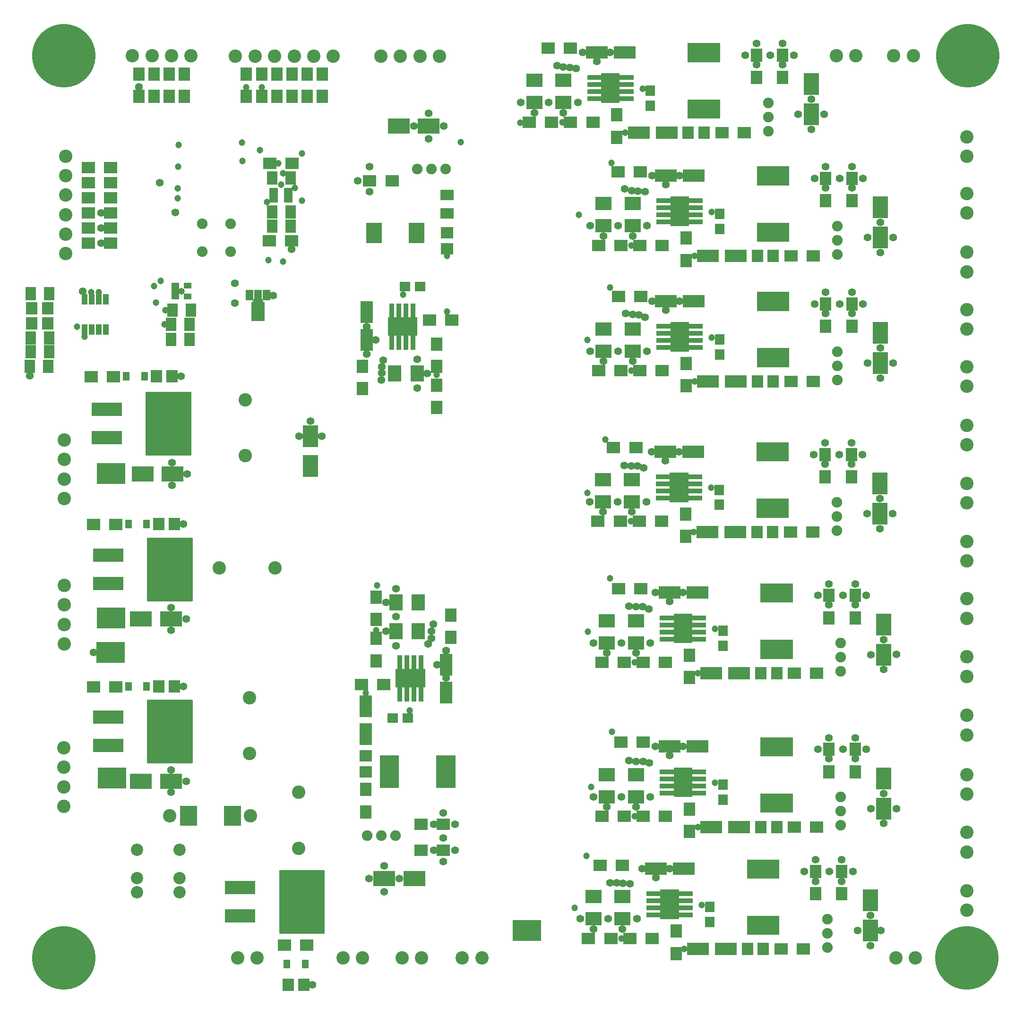
<source format=gbr>
G04 #@! TF.FileFunction,Soldermask,Top*
%FSLAX46Y46*%
G04 Gerber Fmt 4.6, Leading zero omitted, Abs format (unit mm)*
G04 Created by KiCad (PCBNEW 4.0.4-stable) date Monday, December 19, 2016 'PMt' 01:57:05 PM*
%MOMM*%
%LPD*%
G01*
G04 APERTURE LIST*
%ADD10C,0.100000*%
%ADD11C,0.450000*%
%ADD12C,0.215000*%
%ADD13C,2.400000*%
%ADD14R,2.400000X2.100000*%
%ADD15R,1.997660X2.200860*%
%ADD16R,1.310000X1.620000*%
%ADD17R,1.000000X1.950000*%
%ADD18R,1.460000X1.050000*%
%ADD19R,5.100000X3.830000*%
%ADD20R,3.900120X2.701240*%
%ADD21R,2.701240X3.900120*%
%ADD22R,2.400000X2.000000*%
%ADD23R,2.200860X1.997660*%
%ADD24R,1.900000X1.700000*%
%ADD25R,2.200860X3.900120*%
%ADD26R,2.100000X2.400000*%
%ADD27R,2.400000X2.900000*%
%ADD28C,1.900000*%
%ADD29R,2.900000X2.400000*%
%ADD30R,3.900120X2.200860*%
%ADD31R,1.700000X1.900000*%
%ADD32R,2.000000X2.400000*%
%ADD33R,1.924000X2.432000*%
%ADD34R,1.400760X1.901140*%
%ADD35R,2.398980X3.399740*%
%ADD36R,1.620000X0.800000*%
%ADD37C,2.200000*%
%ADD38C,11.400000*%
%ADD39C,1.100000*%
%ADD40R,2.432000X1.924000*%
%ADD41R,2.550000X0.850000*%
%ADD42R,1.875000X2.030000*%
%ADD43R,0.850000X2.550000*%
%ADD44R,2.030000X1.875000*%
%ADD45R,3.100000X3.600000*%
%ADD46R,2.200000X1.950000*%
%ADD47R,1.650000X2.000000*%
%ADD48R,1.950000X2.200000*%
%ADD49R,5.400000X2.432000*%
%ADD50C,1.400000*%
%ADD51C,1.200000*%
G04 APERTURE END LIST*
D10*
D11*
X54514000Y-154250000D02*
X54514000Y-165250000D01*
X54514000Y-165250000D02*
X46734000Y-165250000D01*
X46734000Y-165250000D02*
X46734000Y-154250000D01*
X46734000Y-154250000D02*
X54514000Y-154250000D01*
D12*
X51114000Y-163750000D02*
G75*
G03X51114000Y-163750000I-100000J0D01*
G01*
X51114000Y-162750000D02*
G75*
G03X51114000Y-162750000I-100000J0D01*
G01*
X51114000Y-164750000D02*
G75*
G03X51114000Y-164750000I-100000J0D01*
G01*
X51114000Y-157750000D02*
G75*
G03X51114000Y-157750000I-100000J0D01*
G01*
X51114000Y-156750000D02*
G75*
G03X51114000Y-156750000I-100000J0D01*
G01*
X51114000Y-154750000D02*
G75*
G03X51114000Y-154750000I-100000J0D01*
G01*
X51114000Y-155750000D02*
G75*
G03X51114000Y-155750000I-100000J0D01*
G01*
X51114000Y-159750000D02*
G75*
G03X51114000Y-159750000I-100000J0D01*
G01*
X51114000Y-158750000D02*
G75*
G03X51114000Y-158750000I-100000J0D01*
G01*
X51114000Y-160750000D02*
G75*
G03X51114000Y-160750000I-100000J0D01*
G01*
X54114000Y-161750000D02*
G75*
G03X54114000Y-161750000I-100000J0D01*
G01*
X54114000Y-160750000D02*
G75*
G03X54114000Y-160750000I-100000J0D01*
G01*
X54114000Y-162750000D02*
G75*
G03X54114000Y-162750000I-100000J0D01*
G01*
X54114000Y-163750000D02*
G75*
G03X54114000Y-163750000I-100000J0D01*
G01*
X53114000Y-160750000D02*
G75*
G03X53114000Y-160750000I-100000J0D01*
G01*
X53114000Y-159750000D02*
G75*
G03X53114000Y-159750000I-100000J0D01*
G01*
X53114000Y-157750000D02*
G75*
G03X53114000Y-157750000I-100000J0D01*
G01*
X53114000Y-158750000D02*
G75*
G03X53114000Y-158750000I-100000J0D01*
G01*
X52114000Y-163750000D02*
G75*
G03X52114000Y-163750000I-100000J0D01*
G01*
X52114000Y-162750000D02*
G75*
G03X52114000Y-162750000I-100000J0D01*
G01*
X52114000Y-164750000D02*
G75*
G03X52114000Y-164750000I-100000J0D01*
G01*
X51114000Y-161750000D02*
G75*
G03X51114000Y-161750000I-100000J0D01*
G01*
X52114000Y-157750000D02*
G75*
G03X52114000Y-157750000I-100000J0D01*
G01*
X52114000Y-156750000D02*
G75*
G03X52114000Y-156750000I-100000J0D01*
G01*
X52114000Y-154750000D02*
G75*
G03X52114000Y-154750000I-100000J0D01*
G01*
X52114000Y-155750000D02*
G75*
G03X52114000Y-155750000I-100000J0D01*
G01*
X53114000Y-162750000D02*
G75*
G03X53114000Y-162750000I-100000J0D01*
G01*
X53114000Y-161750000D02*
G75*
G03X53114000Y-161750000I-100000J0D01*
G01*
X53114000Y-163750000D02*
G75*
G03X53114000Y-163750000I-100000J0D01*
G01*
X53114000Y-164750000D02*
G75*
G03X53114000Y-164750000I-100000J0D01*
G01*
X52114000Y-161750000D02*
G75*
G03X52114000Y-161750000I-100000J0D01*
G01*
X52114000Y-160750000D02*
G75*
G03X52114000Y-160750000I-100000J0D01*
G01*
X52114000Y-158750000D02*
G75*
G03X52114000Y-158750000I-100000J0D01*
G01*
X52114000Y-159750000D02*
G75*
G03X52114000Y-159750000I-100000J0D01*
G01*
X53114000Y-154750000D02*
G75*
G03X53114000Y-154750000I-100000J0D01*
G01*
X54114000Y-164750000D02*
G75*
G03X54114000Y-164750000I-100000J0D01*
G01*
X53114000Y-155750000D02*
G75*
G03X53114000Y-155750000I-100000J0D01*
G01*
X53114000Y-156750000D02*
G75*
G03X53114000Y-156750000I-100000J0D01*
G01*
X54114000Y-159750000D02*
G75*
G03X54114000Y-159750000I-100000J0D01*
G01*
X54114000Y-158750000D02*
G75*
G03X54114000Y-158750000I-100000J0D01*
G01*
X54114000Y-156750000D02*
G75*
G03X54114000Y-156750000I-100000J0D01*
G01*
X54114000Y-157750000D02*
G75*
G03X54114000Y-157750000I-100000J0D01*
G01*
X54114000Y-155750000D02*
G75*
G03X54114000Y-155750000I-100000J0D01*
G01*
X54114000Y-154750000D02*
G75*
G03X54114000Y-154750000I-100000J0D01*
G01*
D11*
X51514000Y-154500000D02*
X51514000Y-165000000D01*
X52514000Y-154500000D02*
X52514000Y-165000000D01*
X53514000Y-154500000D02*
X53514000Y-165000000D01*
X54314000Y-164250000D02*
X46734000Y-164250000D01*
X54314000Y-163250000D02*
X46734000Y-163250000D01*
X54314000Y-162250000D02*
X46734000Y-162250000D01*
X54314000Y-161250000D02*
X46734000Y-161250000D01*
X54314000Y-160250000D02*
X46734000Y-160250000D01*
X54314000Y-159250000D02*
X46734000Y-159250000D01*
X54314000Y-158250000D02*
X46734000Y-158250000D01*
X54314000Y-157250000D02*
X46734000Y-157250000D01*
X54314000Y-156250000D02*
X46734000Y-156250000D01*
X54314000Y-155250000D02*
X46734000Y-155250000D01*
D12*
X48344000Y-155750000D02*
G75*
G03X48344000Y-155750000I-100000J0D01*
G01*
X48344000Y-154750000D02*
G75*
G03X48344000Y-154750000I-100000J0D01*
G01*
X47344000Y-154750000D02*
G75*
G03X47344000Y-154750000I-100000J0D01*
G01*
X47344000Y-155750000D02*
G75*
G03X47344000Y-155750000I-100000J0D01*
G01*
X48344000Y-156750000D02*
G75*
G03X48344000Y-156750000I-100000J0D01*
G01*
X47344000Y-157750000D02*
G75*
G03X47344000Y-157750000I-100000J0D01*
G01*
X47344000Y-156750000D02*
G75*
G03X47344000Y-156750000I-100000J0D01*
G01*
X49344000Y-157750000D02*
G75*
G03X49344000Y-157750000I-100000J0D01*
G01*
X48344000Y-157750000D02*
G75*
G03X48344000Y-157750000I-100000J0D01*
G01*
X49344000Y-156750000D02*
G75*
G03X49344000Y-156750000I-100000J0D01*
G01*
D11*
X48744000Y-154500000D02*
X48744000Y-165000000D01*
X49524000Y-154500000D02*
X49524000Y-165000000D01*
D12*
X49344000Y-154750000D02*
G75*
G03X49344000Y-154750000I-100000J0D01*
G01*
X49344000Y-155750000D02*
G75*
G03X49344000Y-155750000I-100000J0D01*
G01*
D11*
X47744000Y-154500000D02*
X47744000Y-165000000D01*
D12*
X47344000Y-160750000D02*
G75*
G03X47344000Y-160750000I-100000J0D01*
G01*
X47344000Y-159750000D02*
G75*
G03X47344000Y-159750000I-100000J0D01*
G01*
X47344000Y-158750000D02*
G75*
G03X47344000Y-158750000I-100000J0D01*
G01*
X48344000Y-161750000D02*
G75*
G03X48344000Y-161750000I-100000J0D01*
G01*
X48344000Y-160750000D02*
G75*
G03X48344000Y-160750000I-100000J0D01*
G01*
X48344000Y-158750000D02*
G75*
G03X48344000Y-158750000I-100000J0D01*
G01*
X47344000Y-161750000D02*
G75*
G03X47344000Y-161750000I-100000J0D01*
G01*
X48344000Y-159750000D02*
G75*
G03X48344000Y-159750000I-100000J0D01*
G01*
X48344000Y-162750000D02*
G75*
G03X48344000Y-162750000I-100000J0D01*
G01*
X49344000Y-162750000D02*
G75*
G03X49344000Y-162750000I-100000J0D01*
G01*
X49344000Y-161750000D02*
G75*
G03X49344000Y-161750000I-100000J0D01*
G01*
X49344000Y-160750000D02*
G75*
G03X49344000Y-160750000I-100000J0D01*
G01*
X49344000Y-159750000D02*
G75*
G03X49344000Y-159750000I-100000J0D01*
G01*
X49344000Y-158750000D02*
G75*
G03X49344000Y-158750000I-100000J0D01*
G01*
X47344000Y-164750000D02*
G75*
G03X47344000Y-164750000I-100000J0D01*
G01*
X47344000Y-163750000D02*
G75*
G03X47344000Y-163750000I-100000J0D01*
G01*
X47344000Y-162750000D02*
G75*
G03X47344000Y-162750000I-100000J0D01*
G01*
X48344000Y-163750000D02*
G75*
G03X48344000Y-163750000I-100000J0D01*
G01*
X48344000Y-164750000D02*
G75*
G03X48344000Y-164750000I-100000J0D01*
G01*
X49344000Y-163750000D02*
G75*
G03X49344000Y-163750000I-100000J0D01*
G01*
X49344000Y-164750000D02*
G75*
G03X49344000Y-164750000I-100000J0D01*
G01*
D11*
X50534000Y-154510000D02*
X50534000Y-165010000D01*
X54344000Y-154830000D02*
X46764000Y-154830000D01*
X54344000Y-154490000D02*
X46764000Y-154490000D01*
X54314000Y-156350000D02*
X46734000Y-156350000D01*
X54344000Y-155930000D02*
X46764000Y-155930000D01*
X54344000Y-155590000D02*
X46764000Y-155590000D01*
X54364000Y-157380000D02*
X46784000Y-157380000D01*
X54394000Y-156960000D02*
X46814000Y-156960000D01*
X54394000Y-156620000D02*
X46814000Y-156620000D01*
X54364000Y-158220000D02*
X46784000Y-158220000D01*
X54394000Y-157800000D02*
X46814000Y-157800000D01*
X54394000Y-157460000D02*
X46814000Y-157460000D01*
X54394000Y-159320000D02*
X46814000Y-159320000D01*
X54424000Y-158900000D02*
X46844000Y-158900000D01*
X54424000Y-158560000D02*
X46844000Y-158560000D01*
X54394000Y-160260000D02*
X46814000Y-160260000D01*
X54424000Y-159840000D02*
X46844000Y-159840000D01*
X54424000Y-159500000D02*
X46844000Y-159500000D01*
X54364000Y-161240000D02*
X46784000Y-161240000D01*
X54394000Y-160820000D02*
X46814000Y-160820000D01*
X54394000Y-160480000D02*
X46814000Y-160480000D01*
X54364000Y-162220000D02*
X46784000Y-162220000D01*
X54394000Y-161800000D02*
X46814000Y-161800000D01*
X54394000Y-161460000D02*
X46814000Y-161460000D01*
X54414000Y-163130000D02*
X46834000Y-163130000D01*
X54444000Y-162710000D02*
X46864000Y-162710000D01*
X54444000Y-162370000D02*
X46864000Y-162370000D01*
X54394000Y-164330000D02*
X46814000Y-164330000D01*
X54424000Y-163910000D02*
X46844000Y-163910000D01*
X54424000Y-163570000D02*
X46844000Y-163570000D01*
X54434000Y-164970000D02*
X46854000Y-164970000D01*
X54464000Y-164550000D02*
X46884000Y-164550000D01*
X54464000Y-164210000D02*
X46884000Y-164210000D01*
X30840000Y-123660000D02*
X30840000Y-134660000D01*
X30840000Y-134660000D02*
X23060000Y-134660000D01*
X23060000Y-134660000D02*
X23060000Y-123660000D01*
X23060000Y-123660000D02*
X30840000Y-123660000D01*
D12*
X27440000Y-133160000D02*
G75*
G03X27440000Y-133160000I-100000J0D01*
G01*
X27440000Y-132160000D02*
G75*
G03X27440000Y-132160000I-100000J0D01*
G01*
X27440000Y-134160000D02*
G75*
G03X27440000Y-134160000I-100000J0D01*
G01*
X27440000Y-127160000D02*
G75*
G03X27440000Y-127160000I-100000J0D01*
G01*
X27440000Y-126160000D02*
G75*
G03X27440000Y-126160000I-100000J0D01*
G01*
X27440000Y-124160000D02*
G75*
G03X27440000Y-124160000I-100000J0D01*
G01*
X27440000Y-125160000D02*
G75*
G03X27440000Y-125160000I-100000J0D01*
G01*
X27440000Y-129160000D02*
G75*
G03X27440000Y-129160000I-100000J0D01*
G01*
X27440000Y-128160000D02*
G75*
G03X27440000Y-128160000I-100000J0D01*
G01*
X27440000Y-130160000D02*
G75*
G03X27440000Y-130160000I-100000J0D01*
G01*
X30440000Y-131160000D02*
G75*
G03X30440000Y-131160000I-100000J0D01*
G01*
X30440000Y-130160000D02*
G75*
G03X30440000Y-130160000I-100000J0D01*
G01*
X30440000Y-132160000D02*
G75*
G03X30440000Y-132160000I-100000J0D01*
G01*
X30440000Y-133160000D02*
G75*
G03X30440000Y-133160000I-100000J0D01*
G01*
X29440000Y-130160000D02*
G75*
G03X29440000Y-130160000I-100000J0D01*
G01*
X29440000Y-129160000D02*
G75*
G03X29440000Y-129160000I-100000J0D01*
G01*
X29440000Y-127160000D02*
G75*
G03X29440000Y-127160000I-100000J0D01*
G01*
X29440000Y-128160000D02*
G75*
G03X29440000Y-128160000I-100000J0D01*
G01*
X28440000Y-133160000D02*
G75*
G03X28440000Y-133160000I-100000J0D01*
G01*
X28440000Y-132160000D02*
G75*
G03X28440000Y-132160000I-100000J0D01*
G01*
X28440000Y-134160000D02*
G75*
G03X28440000Y-134160000I-100000J0D01*
G01*
X27440000Y-131160000D02*
G75*
G03X27440000Y-131160000I-100000J0D01*
G01*
X28440000Y-127160000D02*
G75*
G03X28440000Y-127160000I-100000J0D01*
G01*
X28440000Y-126160000D02*
G75*
G03X28440000Y-126160000I-100000J0D01*
G01*
X28440000Y-124160000D02*
G75*
G03X28440000Y-124160000I-100000J0D01*
G01*
X28440000Y-125160000D02*
G75*
G03X28440000Y-125160000I-100000J0D01*
G01*
X29440000Y-132160000D02*
G75*
G03X29440000Y-132160000I-100000J0D01*
G01*
X29440000Y-131160000D02*
G75*
G03X29440000Y-131160000I-100000J0D01*
G01*
X29440000Y-133160000D02*
G75*
G03X29440000Y-133160000I-100000J0D01*
G01*
X29440000Y-134160000D02*
G75*
G03X29440000Y-134160000I-100000J0D01*
G01*
X28440000Y-131160000D02*
G75*
G03X28440000Y-131160000I-100000J0D01*
G01*
X28440000Y-130160000D02*
G75*
G03X28440000Y-130160000I-100000J0D01*
G01*
X28440000Y-128160000D02*
G75*
G03X28440000Y-128160000I-100000J0D01*
G01*
X28440000Y-129160000D02*
G75*
G03X28440000Y-129160000I-100000J0D01*
G01*
X29440000Y-124160000D02*
G75*
G03X29440000Y-124160000I-100000J0D01*
G01*
X30440000Y-134160000D02*
G75*
G03X30440000Y-134160000I-100000J0D01*
G01*
X29440000Y-125160000D02*
G75*
G03X29440000Y-125160000I-100000J0D01*
G01*
X29440000Y-126160000D02*
G75*
G03X29440000Y-126160000I-100000J0D01*
G01*
X30440000Y-129160000D02*
G75*
G03X30440000Y-129160000I-100000J0D01*
G01*
X30440000Y-128160000D02*
G75*
G03X30440000Y-128160000I-100000J0D01*
G01*
X30440000Y-126160000D02*
G75*
G03X30440000Y-126160000I-100000J0D01*
G01*
X30440000Y-127160000D02*
G75*
G03X30440000Y-127160000I-100000J0D01*
G01*
X30440000Y-125160000D02*
G75*
G03X30440000Y-125160000I-100000J0D01*
G01*
X30440000Y-124160000D02*
G75*
G03X30440000Y-124160000I-100000J0D01*
G01*
D11*
X27840000Y-123910000D02*
X27840000Y-134410000D01*
X28840000Y-123910000D02*
X28840000Y-134410000D01*
X29840000Y-123910000D02*
X29840000Y-134410000D01*
X30640000Y-133660000D02*
X23060000Y-133660000D01*
X30640000Y-132660000D02*
X23060000Y-132660000D01*
X30640000Y-131660000D02*
X23060000Y-131660000D01*
X30640000Y-130660000D02*
X23060000Y-130660000D01*
X30640000Y-129660000D02*
X23060000Y-129660000D01*
X30640000Y-128660000D02*
X23060000Y-128660000D01*
X30640000Y-127660000D02*
X23060000Y-127660000D01*
X30640000Y-126660000D02*
X23060000Y-126660000D01*
X30640000Y-125660000D02*
X23060000Y-125660000D01*
X30640000Y-124660000D02*
X23060000Y-124660000D01*
D12*
X24670000Y-125160000D02*
G75*
G03X24670000Y-125160000I-100000J0D01*
G01*
X24670000Y-124160000D02*
G75*
G03X24670000Y-124160000I-100000J0D01*
G01*
X23670000Y-124160000D02*
G75*
G03X23670000Y-124160000I-100000J0D01*
G01*
X23670000Y-125160000D02*
G75*
G03X23670000Y-125160000I-100000J0D01*
G01*
X24670000Y-126160000D02*
G75*
G03X24670000Y-126160000I-100000J0D01*
G01*
X23670000Y-127160000D02*
G75*
G03X23670000Y-127160000I-100000J0D01*
G01*
X23670000Y-126160000D02*
G75*
G03X23670000Y-126160000I-100000J0D01*
G01*
X25670000Y-127160000D02*
G75*
G03X25670000Y-127160000I-100000J0D01*
G01*
X24670000Y-127160000D02*
G75*
G03X24670000Y-127160000I-100000J0D01*
G01*
X25670000Y-126160000D02*
G75*
G03X25670000Y-126160000I-100000J0D01*
G01*
D11*
X25070000Y-123910000D02*
X25070000Y-134410000D01*
X25850000Y-123910000D02*
X25850000Y-134410000D01*
D12*
X25670000Y-124160000D02*
G75*
G03X25670000Y-124160000I-100000J0D01*
G01*
X25670000Y-125160000D02*
G75*
G03X25670000Y-125160000I-100000J0D01*
G01*
D11*
X24070000Y-123910000D02*
X24070000Y-134410000D01*
D12*
X23670000Y-130160000D02*
G75*
G03X23670000Y-130160000I-100000J0D01*
G01*
X23670000Y-129160000D02*
G75*
G03X23670000Y-129160000I-100000J0D01*
G01*
X23670000Y-128160000D02*
G75*
G03X23670000Y-128160000I-100000J0D01*
G01*
X24670000Y-131160000D02*
G75*
G03X24670000Y-131160000I-100000J0D01*
G01*
X24670000Y-130160000D02*
G75*
G03X24670000Y-130160000I-100000J0D01*
G01*
X24670000Y-128160000D02*
G75*
G03X24670000Y-128160000I-100000J0D01*
G01*
X23670000Y-131160000D02*
G75*
G03X23670000Y-131160000I-100000J0D01*
G01*
X24670000Y-129160000D02*
G75*
G03X24670000Y-129160000I-100000J0D01*
G01*
X24670000Y-132160000D02*
G75*
G03X24670000Y-132160000I-100000J0D01*
G01*
X25670000Y-132160000D02*
G75*
G03X25670000Y-132160000I-100000J0D01*
G01*
X25670000Y-131160000D02*
G75*
G03X25670000Y-131160000I-100000J0D01*
G01*
X25670000Y-130160000D02*
G75*
G03X25670000Y-130160000I-100000J0D01*
G01*
X25670000Y-129160000D02*
G75*
G03X25670000Y-129160000I-100000J0D01*
G01*
X25670000Y-128160000D02*
G75*
G03X25670000Y-128160000I-100000J0D01*
G01*
X23670000Y-134160000D02*
G75*
G03X23670000Y-134160000I-100000J0D01*
G01*
X23670000Y-133160000D02*
G75*
G03X23670000Y-133160000I-100000J0D01*
G01*
X23670000Y-132160000D02*
G75*
G03X23670000Y-132160000I-100000J0D01*
G01*
X24670000Y-133160000D02*
G75*
G03X24670000Y-133160000I-100000J0D01*
G01*
X24670000Y-134160000D02*
G75*
G03X24670000Y-134160000I-100000J0D01*
G01*
X25670000Y-133160000D02*
G75*
G03X25670000Y-133160000I-100000J0D01*
G01*
X25670000Y-134160000D02*
G75*
G03X25670000Y-134160000I-100000J0D01*
G01*
D11*
X26860000Y-123920000D02*
X26860000Y-134420000D01*
X30670000Y-124240000D02*
X23090000Y-124240000D01*
X30670000Y-123900000D02*
X23090000Y-123900000D01*
X30640000Y-125760000D02*
X23060000Y-125760000D01*
X30670000Y-125340000D02*
X23090000Y-125340000D01*
X30670000Y-125000000D02*
X23090000Y-125000000D01*
X30690000Y-126790000D02*
X23110000Y-126790000D01*
X30720000Y-126370000D02*
X23140000Y-126370000D01*
X30720000Y-126030000D02*
X23140000Y-126030000D01*
X30690000Y-127630000D02*
X23110000Y-127630000D01*
X30720000Y-127210000D02*
X23140000Y-127210000D01*
X30720000Y-126870000D02*
X23140000Y-126870000D01*
X30720000Y-128730000D02*
X23140000Y-128730000D01*
X30750000Y-128310000D02*
X23170000Y-128310000D01*
X30750000Y-127970000D02*
X23170000Y-127970000D01*
X30720000Y-129670000D02*
X23140000Y-129670000D01*
X30750000Y-129250000D02*
X23170000Y-129250000D01*
X30750000Y-128910000D02*
X23170000Y-128910000D01*
X30690000Y-130650000D02*
X23110000Y-130650000D01*
X30720000Y-130230000D02*
X23140000Y-130230000D01*
X30720000Y-129890000D02*
X23140000Y-129890000D01*
X30690000Y-131630000D02*
X23110000Y-131630000D01*
X30720000Y-131210000D02*
X23140000Y-131210000D01*
X30720000Y-130870000D02*
X23140000Y-130870000D01*
X30740000Y-132540000D02*
X23160000Y-132540000D01*
X30770000Y-132120000D02*
X23190000Y-132120000D01*
X30770000Y-131780000D02*
X23190000Y-131780000D01*
X30720000Y-133740000D02*
X23140000Y-133740000D01*
X30750000Y-133320000D02*
X23170000Y-133320000D01*
X30750000Y-132980000D02*
X23170000Y-132980000D01*
X30760000Y-134380000D02*
X23180000Y-134380000D01*
X30790000Y-133960000D02*
X23210000Y-133960000D01*
X30790000Y-133620000D02*
X23210000Y-133620000D01*
X30592000Y-68470000D02*
X30592000Y-79470000D01*
X30592000Y-79470000D02*
X22812000Y-79470000D01*
X22812000Y-79470000D02*
X22812000Y-68470000D01*
X22812000Y-68470000D02*
X30592000Y-68470000D01*
D12*
X27192000Y-77970000D02*
G75*
G03X27192000Y-77970000I-100000J0D01*
G01*
X27192000Y-76970000D02*
G75*
G03X27192000Y-76970000I-100000J0D01*
G01*
X27192000Y-78970000D02*
G75*
G03X27192000Y-78970000I-100000J0D01*
G01*
X27192000Y-71970000D02*
G75*
G03X27192000Y-71970000I-100000J0D01*
G01*
X27192000Y-70970000D02*
G75*
G03X27192000Y-70970000I-100000J0D01*
G01*
X27192000Y-68970000D02*
G75*
G03X27192000Y-68970000I-100000J0D01*
G01*
X27192000Y-69970000D02*
G75*
G03X27192000Y-69970000I-100000J0D01*
G01*
X27192000Y-73970000D02*
G75*
G03X27192000Y-73970000I-100000J0D01*
G01*
X27192000Y-72970000D02*
G75*
G03X27192000Y-72970000I-100000J0D01*
G01*
X27192000Y-74970000D02*
G75*
G03X27192000Y-74970000I-100000J0D01*
G01*
X30192000Y-75970000D02*
G75*
G03X30192000Y-75970000I-100000J0D01*
G01*
X30192000Y-74970000D02*
G75*
G03X30192000Y-74970000I-100000J0D01*
G01*
X30192000Y-76970000D02*
G75*
G03X30192000Y-76970000I-100000J0D01*
G01*
X30192000Y-77970000D02*
G75*
G03X30192000Y-77970000I-100000J0D01*
G01*
X29192000Y-74970000D02*
G75*
G03X29192000Y-74970000I-100000J0D01*
G01*
X29192000Y-73970000D02*
G75*
G03X29192000Y-73970000I-100000J0D01*
G01*
X29192000Y-71970000D02*
G75*
G03X29192000Y-71970000I-100000J0D01*
G01*
X29192000Y-72970000D02*
G75*
G03X29192000Y-72970000I-100000J0D01*
G01*
X28192000Y-77970000D02*
G75*
G03X28192000Y-77970000I-100000J0D01*
G01*
X28192000Y-76970000D02*
G75*
G03X28192000Y-76970000I-100000J0D01*
G01*
X28192000Y-78970000D02*
G75*
G03X28192000Y-78970000I-100000J0D01*
G01*
X27192000Y-75970000D02*
G75*
G03X27192000Y-75970000I-100000J0D01*
G01*
X28192000Y-71970000D02*
G75*
G03X28192000Y-71970000I-100000J0D01*
G01*
X28192000Y-70970000D02*
G75*
G03X28192000Y-70970000I-100000J0D01*
G01*
X28192000Y-68970000D02*
G75*
G03X28192000Y-68970000I-100000J0D01*
G01*
X28192000Y-69970000D02*
G75*
G03X28192000Y-69970000I-100000J0D01*
G01*
X29192000Y-76970000D02*
G75*
G03X29192000Y-76970000I-100000J0D01*
G01*
X29192000Y-75970000D02*
G75*
G03X29192000Y-75970000I-100000J0D01*
G01*
X29192000Y-77970000D02*
G75*
G03X29192000Y-77970000I-100000J0D01*
G01*
X29192000Y-78970000D02*
G75*
G03X29192000Y-78970000I-100000J0D01*
G01*
X28192000Y-75970000D02*
G75*
G03X28192000Y-75970000I-100000J0D01*
G01*
X28192000Y-74970000D02*
G75*
G03X28192000Y-74970000I-100000J0D01*
G01*
X28192000Y-72970000D02*
G75*
G03X28192000Y-72970000I-100000J0D01*
G01*
X28192000Y-73970000D02*
G75*
G03X28192000Y-73970000I-100000J0D01*
G01*
X29192000Y-68970000D02*
G75*
G03X29192000Y-68970000I-100000J0D01*
G01*
X30192000Y-78970000D02*
G75*
G03X30192000Y-78970000I-100000J0D01*
G01*
X29192000Y-69970000D02*
G75*
G03X29192000Y-69970000I-100000J0D01*
G01*
X29192000Y-70970000D02*
G75*
G03X29192000Y-70970000I-100000J0D01*
G01*
X30192000Y-73970000D02*
G75*
G03X30192000Y-73970000I-100000J0D01*
G01*
X30192000Y-72970000D02*
G75*
G03X30192000Y-72970000I-100000J0D01*
G01*
X30192000Y-70970000D02*
G75*
G03X30192000Y-70970000I-100000J0D01*
G01*
X30192000Y-71970000D02*
G75*
G03X30192000Y-71970000I-100000J0D01*
G01*
X30192000Y-69970000D02*
G75*
G03X30192000Y-69970000I-100000J0D01*
G01*
X30192000Y-68970000D02*
G75*
G03X30192000Y-68970000I-100000J0D01*
G01*
D11*
X27592000Y-68720000D02*
X27592000Y-79220000D01*
X28592000Y-68720000D02*
X28592000Y-79220000D01*
X29592000Y-68720000D02*
X29592000Y-79220000D01*
X30392000Y-78470000D02*
X22812000Y-78470000D01*
X30392000Y-77470000D02*
X22812000Y-77470000D01*
X30392000Y-76470000D02*
X22812000Y-76470000D01*
X30392000Y-75470000D02*
X22812000Y-75470000D01*
X30392000Y-74470000D02*
X22812000Y-74470000D01*
X30392000Y-73470000D02*
X22812000Y-73470000D01*
X30392000Y-72470000D02*
X22812000Y-72470000D01*
X30392000Y-71470000D02*
X22812000Y-71470000D01*
X30392000Y-70470000D02*
X22812000Y-70470000D01*
X30392000Y-69470000D02*
X22812000Y-69470000D01*
D12*
X24422000Y-69970000D02*
G75*
G03X24422000Y-69970000I-100000J0D01*
G01*
X24422000Y-68970000D02*
G75*
G03X24422000Y-68970000I-100000J0D01*
G01*
X23422000Y-68970000D02*
G75*
G03X23422000Y-68970000I-100000J0D01*
G01*
X23422000Y-69970000D02*
G75*
G03X23422000Y-69970000I-100000J0D01*
G01*
X24422000Y-70970000D02*
G75*
G03X24422000Y-70970000I-100000J0D01*
G01*
X23422000Y-71970000D02*
G75*
G03X23422000Y-71970000I-100000J0D01*
G01*
X23422000Y-70970000D02*
G75*
G03X23422000Y-70970000I-100000J0D01*
G01*
X25422000Y-71970000D02*
G75*
G03X25422000Y-71970000I-100000J0D01*
G01*
X24422000Y-71970000D02*
G75*
G03X24422000Y-71970000I-100000J0D01*
G01*
X25422000Y-70970000D02*
G75*
G03X25422000Y-70970000I-100000J0D01*
G01*
D11*
X24822000Y-68720000D02*
X24822000Y-79220000D01*
X25602000Y-68720000D02*
X25602000Y-79220000D01*
D12*
X25422000Y-68970000D02*
G75*
G03X25422000Y-68970000I-100000J0D01*
G01*
X25422000Y-69970000D02*
G75*
G03X25422000Y-69970000I-100000J0D01*
G01*
D11*
X23822000Y-68720000D02*
X23822000Y-79220000D01*
D12*
X23422000Y-74970000D02*
G75*
G03X23422000Y-74970000I-100000J0D01*
G01*
X23422000Y-73970000D02*
G75*
G03X23422000Y-73970000I-100000J0D01*
G01*
X23422000Y-72970000D02*
G75*
G03X23422000Y-72970000I-100000J0D01*
G01*
X24422000Y-75970000D02*
G75*
G03X24422000Y-75970000I-100000J0D01*
G01*
X24422000Y-74970000D02*
G75*
G03X24422000Y-74970000I-100000J0D01*
G01*
X24422000Y-72970000D02*
G75*
G03X24422000Y-72970000I-100000J0D01*
G01*
X23422000Y-75970000D02*
G75*
G03X23422000Y-75970000I-100000J0D01*
G01*
X24422000Y-73970000D02*
G75*
G03X24422000Y-73970000I-100000J0D01*
G01*
X24422000Y-76970000D02*
G75*
G03X24422000Y-76970000I-100000J0D01*
G01*
X25422000Y-76970000D02*
G75*
G03X25422000Y-76970000I-100000J0D01*
G01*
X25422000Y-75970000D02*
G75*
G03X25422000Y-75970000I-100000J0D01*
G01*
X25422000Y-74970000D02*
G75*
G03X25422000Y-74970000I-100000J0D01*
G01*
X25422000Y-73970000D02*
G75*
G03X25422000Y-73970000I-100000J0D01*
G01*
X25422000Y-72970000D02*
G75*
G03X25422000Y-72970000I-100000J0D01*
G01*
X23422000Y-78970000D02*
G75*
G03X23422000Y-78970000I-100000J0D01*
G01*
X23422000Y-77970000D02*
G75*
G03X23422000Y-77970000I-100000J0D01*
G01*
X23422000Y-76970000D02*
G75*
G03X23422000Y-76970000I-100000J0D01*
G01*
X24422000Y-77970000D02*
G75*
G03X24422000Y-77970000I-100000J0D01*
G01*
X24422000Y-78970000D02*
G75*
G03X24422000Y-78970000I-100000J0D01*
G01*
X25422000Y-77970000D02*
G75*
G03X25422000Y-77970000I-100000J0D01*
G01*
X25422000Y-78970000D02*
G75*
G03X25422000Y-78970000I-100000J0D01*
G01*
D11*
X26612000Y-68730000D02*
X26612000Y-79230000D01*
X30422000Y-69050000D02*
X22842000Y-69050000D01*
X30422000Y-68710000D02*
X22842000Y-68710000D01*
X30392000Y-70570000D02*
X22812000Y-70570000D01*
X30422000Y-70150000D02*
X22842000Y-70150000D01*
X30422000Y-69810000D02*
X22842000Y-69810000D01*
X30442000Y-71600000D02*
X22862000Y-71600000D01*
X30472000Y-71180000D02*
X22892000Y-71180000D01*
X30472000Y-70840000D02*
X22892000Y-70840000D01*
X30442000Y-72440000D02*
X22862000Y-72440000D01*
X30472000Y-72020000D02*
X22892000Y-72020000D01*
X30472000Y-71680000D02*
X22892000Y-71680000D01*
X30472000Y-73540000D02*
X22892000Y-73540000D01*
X30502000Y-73120000D02*
X22922000Y-73120000D01*
X30502000Y-72780000D02*
X22922000Y-72780000D01*
X30472000Y-74480000D02*
X22892000Y-74480000D01*
X30502000Y-74060000D02*
X22922000Y-74060000D01*
X30502000Y-73720000D02*
X22922000Y-73720000D01*
X30442000Y-75460000D02*
X22862000Y-75460000D01*
X30472000Y-75040000D02*
X22892000Y-75040000D01*
X30472000Y-74700000D02*
X22892000Y-74700000D01*
X30442000Y-76440000D02*
X22862000Y-76440000D01*
X30472000Y-76020000D02*
X22892000Y-76020000D01*
X30472000Y-75680000D02*
X22892000Y-75680000D01*
X30492000Y-77350000D02*
X22912000Y-77350000D01*
X30522000Y-76930000D02*
X22942000Y-76930000D01*
X30522000Y-76590000D02*
X22942000Y-76590000D01*
X30472000Y-78550000D02*
X22892000Y-78550000D01*
X30502000Y-78130000D02*
X22922000Y-78130000D01*
X30502000Y-77790000D02*
X22922000Y-77790000D01*
X30512000Y-79190000D02*
X22932000Y-79190000D01*
X30542000Y-78770000D02*
X22962000Y-78770000D01*
X30542000Y-78430000D02*
X22962000Y-78430000D01*
X30880000Y-94630000D02*
X30880000Y-105630000D01*
X30880000Y-105630000D02*
X23100000Y-105630000D01*
X23100000Y-105630000D02*
X23100000Y-94630000D01*
X23100000Y-94630000D02*
X30880000Y-94630000D01*
D12*
X27480000Y-104130000D02*
G75*
G03X27480000Y-104130000I-100000J0D01*
G01*
X27480000Y-103130000D02*
G75*
G03X27480000Y-103130000I-100000J0D01*
G01*
X27480000Y-105130000D02*
G75*
G03X27480000Y-105130000I-100000J0D01*
G01*
X27480000Y-98130000D02*
G75*
G03X27480000Y-98130000I-100000J0D01*
G01*
X27480000Y-97130000D02*
G75*
G03X27480000Y-97130000I-100000J0D01*
G01*
X27480000Y-95130000D02*
G75*
G03X27480000Y-95130000I-100000J0D01*
G01*
X27480000Y-96130000D02*
G75*
G03X27480000Y-96130000I-100000J0D01*
G01*
X27480000Y-100130000D02*
G75*
G03X27480000Y-100130000I-100000J0D01*
G01*
X27480000Y-99130000D02*
G75*
G03X27480000Y-99130000I-100000J0D01*
G01*
X27480000Y-101130000D02*
G75*
G03X27480000Y-101130000I-100000J0D01*
G01*
X30480000Y-102130000D02*
G75*
G03X30480000Y-102130000I-100000J0D01*
G01*
X30480000Y-101130000D02*
G75*
G03X30480000Y-101130000I-100000J0D01*
G01*
X30480000Y-103130000D02*
G75*
G03X30480000Y-103130000I-100000J0D01*
G01*
X30480000Y-104130000D02*
G75*
G03X30480000Y-104130000I-100000J0D01*
G01*
X29480000Y-101130000D02*
G75*
G03X29480000Y-101130000I-100000J0D01*
G01*
X29480000Y-100130000D02*
G75*
G03X29480000Y-100130000I-100000J0D01*
G01*
X29480000Y-98130000D02*
G75*
G03X29480000Y-98130000I-100000J0D01*
G01*
X29480000Y-99130000D02*
G75*
G03X29480000Y-99130000I-100000J0D01*
G01*
X28480000Y-104130000D02*
G75*
G03X28480000Y-104130000I-100000J0D01*
G01*
X28480000Y-103130000D02*
G75*
G03X28480000Y-103130000I-100000J0D01*
G01*
X28480000Y-105130000D02*
G75*
G03X28480000Y-105130000I-100000J0D01*
G01*
X27480000Y-102130000D02*
G75*
G03X27480000Y-102130000I-100000J0D01*
G01*
X28480000Y-98130000D02*
G75*
G03X28480000Y-98130000I-100000J0D01*
G01*
X28480000Y-97130000D02*
G75*
G03X28480000Y-97130000I-100000J0D01*
G01*
X28480000Y-95130000D02*
G75*
G03X28480000Y-95130000I-100000J0D01*
G01*
X28480000Y-96130000D02*
G75*
G03X28480000Y-96130000I-100000J0D01*
G01*
X29480000Y-103130000D02*
G75*
G03X29480000Y-103130000I-100000J0D01*
G01*
X29480000Y-102130000D02*
G75*
G03X29480000Y-102130000I-100000J0D01*
G01*
X29480000Y-104130000D02*
G75*
G03X29480000Y-104130000I-100000J0D01*
G01*
X29480000Y-105130000D02*
G75*
G03X29480000Y-105130000I-100000J0D01*
G01*
X28480000Y-102130000D02*
G75*
G03X28480000Y-102130000I-100000J0D01*
G01*
X28480000Y-101130000D02*
G75*
G03X28480000Y-101130000I-100000J0D01*
G01*
X28480000Y-99130000D02*
G75*
G03X28480000Y-99130000I-100000J0D01*
G01*
X28480000Y-100130000D02*
G75*
G03X28480000Y-100130000I-100000J0D01*
G01*
X29480000Y-95130000D02*
G75*
G03X29480000Y-95130000I-100000J0D01*
G01*
X30480000Y-105130000D02*
G75*
G03X30480000Y-105130000I-100000J0D01*
G01*
X29480000Y-96130000D02*
G75*
G03X29480000Y-96130000I-100000J0D01*
G01*
X29480000Y-97130000D02*
G75*
G03X29480000Y-97130000I-100000J0D01*
G01*
X30480000Y-100130000D02*
G75*
G03X30480000Y-100130000I-100000J0D01*
G01*
X30480000Y-99130000D02*
G75*
G03X30480000Y-99130000I-100000J0D01*
G01*
X30480000Y-97130000D02*
G75*
G03X30480000Y-97130000I-100000J0D01*
G01*
X30480000Y-98130000D02*
G75*
G03X30480000Y-98130000I-100000J0D01*
G01*
X30480000Y-96130000D02*
G75*
G03X30480000Y-96130000I-100000J0D01*
G01*
X30480000Y-95130000D02*
G75*
G03X30480000Y-95130000I-100000J0D01*
G01*
D11*
X27880000Y-94880000D02*
X27880000Y-105380000D01*
X28880000Y-94880000D02*
X28880000Y-105380000D01*
X29880000Y-94880000D02*
X29880000Y-105380000D01*
X30680000Y-104630000D02*
X23100000Y-104630000D01*
X30680000Y-103630000D02*
X23100000Y-103630000D01*
X30680000Y-102630000D02*
X23100000Y-102630000D01*
X30680000Y-101630000D02*
X23100000Y-101630000D01*
X30680000Y-100630000D02*
X23100000Y-100630000D01*
X30680000Y-99630000D02*
X23100000Y-99630000D01*
X30680000Y-98630000D02*
X23100000Y-98630000D01*
X30680000Y-97630000D02*
X23100000Y-97630000D01*
X30680000Y-96630000D02*
X23100000Y-96630000D01*
X30680000Y-95630000D02*
X23100000Y-95630000D01*
D12*
X24710000Y-96130000D02*
G75*
G03X24710000Y-96130000I-100000J0D01*
G01*
X24710000Y-95130000D02*
G75*
G03X24710000Y-95130000I-100000J0D01*
G01*
X23710000Y-95130000D02*
G75*
G03X23710000Y-95130000I-100000J0D01*
G01*
X23710000Y-96130000D02*
G75*
G03X23710000Y-96130000I-100000J0D01*
G01*
X24710000Y-97130000D02*
G75*
G03X24710000Y-97130000I-100000J0D01*
G01*
X23710000Y-98130000D02*
G75*
G03X23710000Y-98130000I-100000J0D01*
G01*
X23710000Y-97130000D02*
G75*
G03X23710000Y-97130000I-100000J0D01*
G01*
X25710000Y-98130000D02*
G75*
G03X25710000Y-98130000I-100000J0D01*
G01*
X24710000Y-98130000D02*
G75*
G03X24710000Y-98130000I-100000J0D01*
G01*
X25710000Y-97130000D02*
G75*
G03X25710000Y-97130000I-100000J0D01*
G01*
D11*
X25110000Y-94880000D02*
X25110000Y-105380000D01*
X25890000Y-94880000D02*
X25890000Y-105380000D01*
D12*
X25710000Y-95130000D02*
G75*
G03X25710000Y-95130000I-100000J0D01*
G01*
X25710000Y-96130000D02*
G75*
G03X25710000Y-96130000I-100000J0D01*
G01*
D11*
X24110000Y-94880000D02*
X24110000Y-105380000D01*
D12*
X23710000Y-101130000D02*
G75*
G03X23710000Y-101130000I-100000J0D01*
G01*
X23710000Y-100130000D02*
G75*
G03X23710000Y-100130000I-100000J0D01*
G01*
X23710000Y-99130000D02*
G75*
G03X23710000Y-99130000I-100000J0D01*
G01*
X24710000Y-102130000D02*
G75*
G03X24710000Y-102130000I-100000J0D01*
G01*
X24710000Y-101130000D02*
G75*
G03X24710000Y-101130000I-100000J0D01*
G01*
X24710000Y-99130000D02*
G75*
G03X24710000Y-99130000I-100000J0D01*
G01*
X23710000Y-102130000D02*
G75*
G03X23710000Y-102130000I-100000J0D01*
G01*
X24710000Y-100130000D02*
G75*
G03X24710000Y-100130000I-100000J0D01*
G01*
X24710000Y-103130000D02*
G75*
G03X24710000Y-103130000I-100000J0D01*
G01*
X25710000Y-103130000D02*
G75*
G03X25710000Y-103130000I-100000J0D01*
G01*
X25710000Y-102130000D02*
G75*
G03X25710000Y-102130000I-100000J0D01*
G01*
X25710000Y-101130000D02*
G75*
G03X25710000Y-101130000I-100000J0D01*
G01*
X25710000Y-100130000D02*
G75*
G03X25710000Y-100130000I-100000J0D01*
G01*
X25710000Y-99130000D02*
G75*
G03X25710000Y-99130000I-100000J0D01*
G01*
X23710000Y-105130000D02*
G75*
G03X23710000Y-105130000I-100000J0D01*
G01*
X23710000Y-104130000D02*
G75*
G03X23710000Y-104130000I-100000J0D01*
G01*
X23710000Y-103130000D02*
G75*
G03X23710000Y-103130000I-100000J0D01*
G01*
X24710000Y-104130000D02*
G75*
G03X24710000Y-104130000I-100000J0D01*
G01*
X24710000Y-105130000D02*
G75*
G03X24710000Y-105130000I-100000J0D01*
G01*
X25710000Y-104130000D02*
G75*
G03X25710000Y-104130000I-100000J0D01*
G01*
X25710000Y-105130000D02*
G75*
G03X25710000Y-105130000I-100000J0D01*
G01*
D11*
X26900000Y-94890000D02*
X26900000Y-105390000D01*
X30710000Y-95210000D02*
X23130000Y-95210000D01*
X30710000Y-94870000D02*
X23130000Y-94870000D01*
X30680000Y-96730000D02*
X23100000Y-96730000D01*
X30710000Y-96310000D02*
X23130000Y-96310000D01*
X30710000Y-95970000D02*
X23130000Y-95970000D01*
X30730000Y-97760000D02*
X23150000Y-97760000D01*
X30760000Y-97340000D02*
X23180000Y-97340000D01*
X30760000Y-97000000D02*
X23180000Y-97000000D01*
X30730000Y-98600000D02*
X23150000Y-98600000D01*
X30760000Y-98180000D02*
X23180000Y-98180000D01*
X30760000Y-97840000D02*
X23180000Y-97840000D01*
X30760000Y-99700000D02*
X23180000Y-99700000D01*
X30790000Y-99280000D02*
X23210000Y-99280000D01*
X30790000Y-98940000D02*
X23210000Y-98940000D01*
X30760000Y-100640000D02*
X23180000Y-100640000D01*
X30790000Y-100220000D02*
X23210000Y-100220000D01*
X30790000Y-99880000D02*
X23210000Y-99880000D01*
X30730000Y-101620000D02*
X23150000Y-101620000D01*
X30760000Y-101200000D02*
X23180000Y-101200000D01*
X30760000Y-100860000D02*
X23180000Y-100860000D01*
X30730000Y-102600000D02*
X23150000Y-102600000D01*
X30760000Y-102180000D02*
X23180000Y-102180000D01*
X30760000Y-101840000D02*
X23180000Y-101840000D01*
X30780000Y-103510000D02*
X23200000Y-103510000D01*
X30810000Y-103090000D02*
X23230000Y-103090000D01*
X30810000Y-102750000D02*
X23230000Y-102750000D01*
X30760000Y-104710000D02*
X23180000Y-104710000D01*
X30790000Y-104290000D02*
X23210000Y-104290000D01*
X30790000Y-103950000D02*
X23210000Y-103950000D01*
X30800000Y-105350000D02*
X23220000Y-105350000D01*
X30830000Y-104930000D02*
X23250000Y-104930000D01*
X30830000Y-104590000D02*
X23250000Y-104590000D01*
D13*
X56274000Y-8100000D03*
X52774000Y-8100000D03*
X49274000Y-8100000D03*
X45774000Y-8100000D03*
X42274000Y-8100000D03*
X38774000Y-8100000D03*
D14*
X13300000Y-121200000D03*
X17300000Y-121200000D03*
D15*
X24980140Y-121100000D03*
X27819860Y-121100000D03*
D16*
X19565000Y-121100000D03*
X22835000Y-121100000D03*
D13*
X8300000Y-26000000D03*
X8300000Y-29500000D03*
X8300000Y-33000000D03*
X8300000Y-36500000D03*
X8300000Y-40000000D03*
X8300000Y-43500000D03*
D17*
X15505000Y-51700000D03*
X14235000Y-51700000D03*
X12965000Y-51700000D03*
X11695000Y-51700000D03*
X11695000Y-57100000D03*
X12965000Y-57100000D03*
X14235000Y-57100000D03*
X15505000Y-57100000D03*
D18*
X28000000Y-49250000D03*
X28000000Y-50200000D03*
X28000000Y-51150000D03*
X30200000Y-51150000D03*
X30200000Y-49250000D03*
D19*
X16600000Y-137500000D03*
D13*
X41300000Y-133100000D03*
X41300000Y-123100000D03*
D20*
X21799960Y-138100000D03*
X27200000Y-138100000D03*
D15*
X24580140Y-65500000D03*
X27419860Y-65500000D03*
D14*
X12900000Y-65600000D03*
X16900000Y-65600000D03*
X13300000Y-92100000D03*
X17300000Y-92100000D03*
D13*
X35850000Y-99850000D03*
X45850000Y-99850000D03*
D20*
X21799960Y-109000000D03*
X27200000Y-109000000D03*
D19*
X16500000Y-108800000D03*
D15*
X24980140Y-92000000D03*
X27819860Y-92000000D03*
D21*
X52200000Y-81600040D03*
X52200000Y-76200000D03*
D13*
X40500000Y-69700000D03*
X40500000Y-79700000D03*
D19*
X16500000Y-82900000D03*
D22*
X66800000Y-30400000D03*
X62800000Y-30400000D03*
D23*
X76700000Y-39780140D03*
X76700000Y-42619860D03*
D24*
X71850000Y-49400000D03*
X69150000Y-49400000D03*
D14*
X73500000Y-55400000D03*
X77500000Y-55400000D03*
D25*
X62300000Y-54000640D03*
X62300000Y-58999360D03*
D26*
X74800000Y-59700000D03*
X74800000Y-63700000D03*
D27*
X67300000Y-65000000D03*
X71300000Y-65000000D03*
D26*
X61500000Y-67700000D03*
X61500000Y-63700000D03*
X74800000Y-67100000D03*
X74800000Y-71100000D03*
D28*
X76440000Y-28300000D03*
X73900000Y-28300000D03*
X71360000Y-28300000D03*
D20*
X67999980Y-20600000D03*
X73400020Y-20600000D03*
X70800020Y-155600000D03*
X65399980Y-155600000D03*
D22*
X72000000Y-150500000D03*
X76000000Y-150500000D03*
D26*
X77300000Y-108300000D03*
X77300000Y-112300000D03*
D27*
X71500000Y-106000000D03*
X67500000Y-106000000D03*
X71500000Y-111200000D03*
X67500000Y-111200000D03*
D26*
X64000000Y-116500000D03*
X64000000Y-112500000D03*
X64000000Y-109100000D03*
X64000000Y-105100000D03*
D25*
X76500000Y-122199360D03*
X76500000Y-117200640D03*
D14*
X65300000Y-120800000D03*
X61300000Y-120800000D03*
D24*
X66950000Y-126800000D03*
X69650000Y-126800000D03*
D25*
X62100000Y-129699360D03*
X62100000Y-124700640D03*
D22*
X72000000Y-145800000D03*
X76000000Y-145800000D03*
D28*
X62360000Y-147900000D03*
X64900000Y-147900000D03*
X67440000Y-147900000D03*
D23*
X62100000Y-136419860D03*
X62100000Y-133580140D03*
D26*
X62100000Y-143600000D03*
X62100000Y-139600000D03*
D14*
X113400000Y-166300000D03*
X109400000Y-166300000D03*
D29*
X108100000Y-158800000D03*
X108100000Y-162800000D03*
X102900000Y-158800000D03*
X102900000Y-162800000D03*
D14*
X106000000Y-166300000D03*
X102000000Y-166300000D03*
D30*
X126599360Y-168200000D03*
X121600640Y-168200000D03*
D26*
X117700000Y-165000000D03*
X117700000Y-169000000D03*
D31*
X123700000Y-163350000D03*
X123700000Y-160650000D03*
D30*
X119099360Y-153800000D03*
X114100640Y-153800000D03*
D14*
X104100000Y-153200000D03*
X108100000Y-153200000D03*
X140500000Y-168200000D03*
X136500000Y-168200000D03*
D21*
X152500000Y-159499980D03*
X152500000Y-164900020D03*
D28*
X144800000Y-167940000D03*
X144800000Y-165400000D03*
X144800000Y-162860000D03*
D15*
X133319860Y-168200000D03*
X130480140Y-168200000D03*
D32*
X142700000Y-158300000D03*
X142700000Y-154300000D03*
X147400000Y-158300000D03*
X147400000Y-154300000D03*
D29*
X105300000Y-136900000D03*
X105300000Y-140900000D03*
D14*
X115800000Y-144400000D03*
X111800000Y-144400000D03*
D30*
X121499360Y-131900000D03*
X116500640Y-131900000D03*
D26*
X120100000Y-143100000D03*
X120100000Y-147100000D03*
D14*
X108400000Y-144400000D03*
X104400000Y-144400000D03*
D29*
X110500000Y-136900000D03*
X110500000Y-140900000D03*
D14*
X107800000Y-131100000D03*
X111800000Y-131100000D03*
D30*
X128999360Y-146300000D03*
X124000640Y-146300000D03*
D31*
X126100000Y-141450000D03*
X126100000Y-138750000D03*
D15*
X135719860Y-146300000D03*
X132880140Y-146300000D03*
D14*
X142900000Y-146300000D03*
X138900000Y-146300000D03*
D21*
X154900000Y-137599980D03*
X154900000Y-143000020D03*
D32*
X145100000Y-136400000D03*
X145100000Y-132400000D03*
D28*
X147200000Y-146040000D03*
X147200000Y-143500000D03*
X147200000Y-140960000D03*
D32*
X149800000Y-136400000D03*
X149800000Y-132400000D03*
X149800000Y-108800000D03*
X149800000Y-104800000D03*
D28*
X147200000Y-118440000D03*
X147200000Y-115900000D03*
X147200000Y-113360000D03*
D32*
X145100000Y-108800000D03*
X145100000Y-104800000D03*
D21*
X154900000Y-109999980D03*
X154900000Y-115400020D03*
D14*
X142900000Y-118700000D03*
X138900000Y-118700000D03*
D15*
X135719860Y-118700000D03*
X132880140Y-118700000D03*
D31*
X126100000Y-113850000D03*
X126100000Y-111150000D03*
D30*
X128999360Y-118700000D03*
X124000640Y-118700000D03*
D29*
X110500000Y-109300000D03*
X110500000Y-113300000D03*
D14*
X108400000Y-116800000D03*
X104400000Y-116800000D03*
D26*
X120100000Y-115500000D03*
X120100000Y-119500000D03*
D30*
X121499360Y-104300000D03*
X116500640Y-104300000D03*
D14*
X115800000Y-116800000D03*
X111800000Y-116800000D03*
X107400000Y-103600000D03*
X111400000Y-103600000D03*
D29*
X105300000Y-109300000D03*
X105300000Y-113300000D03*
D32*
X149100000Y-83500000D03*
X149100000Y-79500000D03*
D28*
X146500000Y-93140000D03*
X146500000Y-90600000D03*
X146500000Y-88060000D03*
D32*
X144400000Y-83500000D03*
X144400000Y-79500000D03*
D14*
X142200000Y-93400000D03*
X138200000Y-93400000D03*
D30*
X128299360Y-93400000D03*
X123300640Y-93400000D03*
D31*
X125400000Y-88550000D03*
X125400000Y-85850000D03*
D15*
X135019860Y-93400000D03*
X132180140Y-93400000D03*
D29*
X109800000Y-84000000D03*
X109800000Y-88000000D03*
D26*
X119400000Y-90200000D03*
X119400000Y-94200000D03*
D30*
X120799360Y-79000000D03*
X115800640Y-79000000D03*
D14*
X106500000Y-78300000D03*
X110500000Y-78300000D03*
X115100000Y-91500000D03*
X111100000Y-91500000D03*
D21*
X154200000Y-84699980D03*
X154200000Y-90100020D03*
D14*
X107700000Y-91500000D03*
X103700000Y-91500000D03*
D29*
X104600000Y-84000000D03*
X104600000Y-88000000D03*
D28*
X146600000Y-66140000D03*
X146600000Y-63600000D03*
X146600000Y-61060000D03*
D14*
X142300000Y-66400000D03*
X138300000Y-66400000D03*
D32*
X149200000Y-56500000D03*
X149200000Y-52500000D03*
D21*
X154300000Y-57699980D03*
X154300000Y-63100020D03*
D32*
X144500000Y-56500000D03*
X144500000Y-52500000D03*
D31*
X125500000Y-61550000D03*
X125500000Y-58850000D03*
D30*
X128399360Y-66400000D03*
X123400640Y-66400000D03*
X120899360Y-52000000D03*
X115900640Y-52000000D03*
D26*
X119500000Y-63200000D03*
X119500000Y-67200000D03*
D15*
X135119860Y-66400000D03*
X132280140Y-66400000D03*
D14*
X107400000Y-51200000D03*
X111400000Y-51200000D03*
X115200000Y-64500000D03*
X111200000Y-64500000D03*
D29*
X104700000Y-57000000D03*
X104700000Y-61000000D03*
D14*
X107800000Y-64500000D03*
X103800000Y-64500000D03*
D29*
X109900000Y-57000000D03*
X109900000Y-61000000D03*
D14*
X107800000Y-42000000D03*
X103800000Y-42000000D03*
D29*
X104700000Y-34500000D03*
X104700000Y-38500000D03*
D14*
X115200000Y-42000000D03*
X111200000Y-42000000D03*
D29*
X109900000Y-34500000D03*
X109900000Y-38500000D03*
D14*
X107300000Y-28800000D03*
X111300000Y-28800000D03*
D28*
X146600000Y-43640000D03*
X146600000Y-41100000D03*
X146600000Y-38560000D03*
D21*
X154300000Y-35199980D03*
X154300000Y-40600020D03*
D32*
X149200000Y-34000000D03*
X149200000Y-30000000D03*
X144500000Y-34000000D03*
X144500000Y-30000000D03*
D14*
X142300000Y-43900000D03*
X138300000Y-43900000D03*
D15*
X135119860Y-43900000D03*
X132280140Y-43900000D03*
D26*
X119500000Y-40700000D03*
X119500000Y-44700000D03*
D30*
X120899360Y-29500000D03*
X115900640Y-29500000D03*
X128399360Y-43900000D03*
X123400640Y-43900000D03*
D31*
X125500000Y-39050000D03*
X125500000Y-36350000D03*
D26*
X107100000Y-18600000D03*
X107100000Y-22600000D03*
D30*
X115999360Y-21800000D03*
X111000640Y-21800000D03*
X108499360Y-7400000D03*
X103500640Y-7400000D03*
D15*
X122719860Y-21800000D03*
X119880140Y-21800000D03*
D31*
X113100000Y-16950000D03*
X113100000Y-14250000D03*
D14*
X129900000Y-21800000D03*
X125900000Y-21800000D03*
D32*
X132100000Y-11900000D03*
X132100000Y-7900000D03*
D28*
X134200000Y-21540000D03*
X134200000Y-19000000D03*
X134200000Y-16460000D03*
D21*
X141900000Y-13099980D03*
X141900000Y-18500020D03*
D32*
X136800000Y-11900000D03*
X136800000Y-7900000D03*
D14*
X94800000Y-6600000D03*
X98800000Y-6600000D03*
X102800000Y-19900000D03*
X98800000Y-19900000D03*
D29*
X97500000Y-12400000D03*
X97500000Y-16400000D03*
X92300000Y-12400000D03*
X92300000Y-16400000D03*
D14*
X95400000Y-19900000D03*
X91400000Y-19900000D03*
D33*
X45349000Y-29900000D03*
X48651000Y-29900000D03*
D15*
X5119860Y-56000000D03*
X2280140Y-56000000D03*
X5100000Y-53300000D03*
X2260280Y-53300000D03*
D26*
X54274000Y-15300000D03*
X54274000Y-11300000D03*
X51574000Y-15300000D03*
X51574000Y-11300000D03*
X48874000Y-15300000D03*
X48874000Y-11300000D03*
X46174000Y-15300000D03*
X46174000Y-11300000D03*
D14*
X16400000Y-28100000D03*
X12400000Y-28100000D03*
X16400000Y-33500000D03*
X12400000Y-33500000D03*
X16400000Y-36200000D03*
X12400000Y-36200000D03*
X16400000Y-38900000D03*
X12400000Y-38900000D03*
X16400000Y-41600000D03*
X12400000Y-41600000D03*
D26*
X29600000Y-15300000D03*
X29600000Y-11300000D03*
X26900000Y-15300000D03*
X26900000Y-11300000D03*
X24200000Y-15300000D03*
X24200000Y-11300000D03*
X21500000Y-15300000D03*
X21500000Y-11300000D03*
D33*
X30551000Y-56200000D03*
X27249000Y-56200000D03*
X27449000Y-53600000D03*
X30751000Y-53600000D03*
X48600000Y-38600000D03*
X45298000Y-38600000D03*
X30551000Y-58900000D03*
X27249000Y-58900000D03*
X2100000Y-58600000D03*
X5402000Y-58600000D03*
D34*
X44301140Y-50948340D03*
X42800000Y-50948340D03*
X41298860Y-50948340D03*
D35*
X42800000Y-53899820D03*
D10*
G36*
X41599240Y-52625350D02*
X42099620Y-51476050D01*
X43500380Y-51476050D01*
X44000760Y-52625350D01*
X41599240Y-52625350D01*
X41599240Y-52625350D01*
G37*
D13*
X39150000Y-169800000D03*
X42650000Y-169800000D03*
X149900000Y-8000000D03*
X146400000Y-8000000D03*
X160200000Y-8000000D03*
X156700000Y-8000000D03*
X169800000Y-26050000D03*
X169800000Y-22550000D03*
X169800000Y-36200000D03*
X169800000Y-32700000D03*
X169800000Y-46750000D03*
X169800000Y-43250000D03*
X169800000Y-57050000D03*
X169800000Y-53550000D03*
X169800000Y-67250000D03*
X169800000Y-63750000D03*
X169800000Y-77800000D03*
X169800000Y-74300000D03*
X169800000Y-88200000D03*
X169800000Y-84700000D03*
X169800000Y-98600000D03*
X169800000Y-95100000D03*
X169800000Y-108900000D03*
X169800000Y-105400000D03*
X169800000Y-119300000D03*
X169800000Y-115800000D03*
X169800000Y-129800000D03*
X169800000Y-126300000D03*
X169800000Y-140400000D03*
X169800000Y-136900000D03*
X169800000Y-150800000D03*
X169800000Y-147300000D03*
X169800000Y-161250000D03*
X169800000Y-157750000D03*
X157100000Y-169800000D03*
X160600000Y-169800000D03*
X58000000Y-169800000D03*
X61500000Y-169800000D03*
X68600000Y-169800000D03*
X72100000Y-169800000D03*
X79400000Y-169800000D03*
X82900000Y-169800000D03*
D22*
X44800000Y-41200000D03*
X48800000Y-41200000D03*
X48900000Y-27300000D03*
X44900000Y-27300000D03*
D33*
X45298000Y-36000000D03*
X48600000Y-36000000D03*
D36*
X45590000Y-33325000D03*
X45590000Y-32675000D03*
X45590000Y-32025000D03*
X45590000Y-33975000D03*
X48210000Y-32025000D03*
X48210000Y-32675000D03*
X48210000Y-33325000D03*
X48210000Y-33975000D03*
D37*
X21100000Y-150380000D03*
X21100000Y-155460000D03*
X21100000Y-158000000D03*
X28720000Y-150380000D03*
X28720000Y-155460000D03*
X28720000Y-158000000D03*
D33*
X2100000Y-61100000D03*
X5402000Y-61100000D03*
X5202000Y-63700000D03*
X1900000Y-63700000D03*
X2098000Y-50700000D03*
X5400000Y-50700000D03*
D14*
X16400000Y-30800000D03*
X12400000Y-30800000D03*
D38*
X8000000Y-169800000D03*
D39*
X12125000Y-169800000D03*
X10926815Y-172726815D03*
X8000000Y-173925000D03*
X5073185Y-172726815D03*
X3875000Y-169800000D03*
X5073185Y-166873185D03*
X8000000Y-165675000D03*
X10926815Y-166873185D03*
D38*
X8000000Y-8000000D03*
D39*
X12125000Y-8000000D03*
X10926815Y-10926815D03*
X8000000Y-12125000D03*
X5073185Y-10926815D03*
X3875000Y-8000000D03*
X5073185Y-5073185D03*
X8000000Y-3875000D03*
X10926815Y-5073185D03*
D38*
X169800000Y-169800000D03*
D39*
X173925000Y-169800000D03*
X172726815Y-172726815D03*
X169800000Y-173925000D03*
X166873185Y-172726815D03*
X165675000Y-169800000D03*
X166873185Y-166873185D03*
X169800000Y-165675000D03*
X172726815Y-166873185D03*
D38*
X170000000Y-8000000D03*
D39*
X174125000Y-8000000D03*
X172926815Y-10926815D03*
X170000000Y-12125000D03*
X167073185Y-10926815D03*
X165875000Y-8000000D03*
X167073185Y-5073185D03*
X170000000Y-3875000D03*
X172926815Y-5073185D03*
D16*
X19165000Y-65500000D03*
X22435000Y-65500000D03*
X19565000Y-92000000D03*
X22835000Y-92000000D03*
D40*
X76700000Y-32949000D03*
X76700000Y-36251000D03*
D41*
X103062500Y-11895000D03*
X103062500Y-13165000D03*
X103062500Y-14435000D03*
X103062500Y-15705000D03*
X108812500Y-15705000D03*
X108812500Y-14435000D03*
X108812500Y-13165000D03*
X108812500Y-11895000D03*
D42*
X105200000Y-13800000D03*
X106675000Y-13800000D03*
X105200000Y-12170000D03*
X106675000Y-12170000D03*
X105200000Y-15430000D03*
X106675000Y-15430000D03*
D43*
X66795000Y-59437500D03*
X68065000Y-59437500D03*
X69335000Y-59437500D03*
X70605000Y-59437500D03*
X70605000Y-53687500D03*
X69335000Y-53687500D03*
X68065000Y-53687500D03*
X66795000Y-53687500D03*
D44*
X68700000Y-57300000D03*
X68700000Y-55825000D03*
X67070000Y-57300000D03*
X67070000Y-55825000D03*
X70330000Y-57300000D03*
X70330000Y-55825000D03*
D41*
X115462500Y-33995000D03*
X115462500Y-35265000D03*
X115462500Y-36535000D03*
X115462500Y-37805000D03*
X121212500Y-37805000D03*
X121212500Y-36535000D03*
X121212500Y-35265000D03*
X121212500Y-33995000D03*
D42*
X117600000Y-35900000D03*
X119075000Y-35900000D03*
X117600000Y-34270000D03*
X119075000Y-34270000D03*
X117600000Y-37530000D03*
X119075000Y-37530000D03*
D41*
X115462500Y-56495000D03*
X115462500Y-57765000D03*
X115462500Y-59035000D03*
X115462500Y-60305000D03*
X121212500Y-60305000D03*
X121212500Y-59035000D03*
X121212500Y-57765000D03*
X121212500Y-56495000D03*
D42*
X117600000Y-58400000D03*
X119075000Y-58400000D03*
X117600000Y-56770000D03*
X119075000Y-56770000D03*
X117600000Y-60030000D03*
X119075000Y-60030000D03*
D41*
X115362500Y-83495000D03*
X115362500Y-84765000D03*
X115362500Y-86035000D03*
X115362500Y-87305000D03*
X121112500Y-87305000D03*
X121112500Y-86035000D03*
X121112500Y-84765000D03*
X121112500Y-83495000D03*
D42*
X117500000Y-85400000D03*
X118975000Y-85400000D03*
X117500000Y-83770000D03*
X118975000Y-83770000D03*
X117500000Y-87030000D03*
X118975000Y-87030000D03*
D41*
X116062500Y-108795000D03*
X116062500Y-110065000D03*
X116062500Y-111335000D03*
X116062500Y-112605000D03*
X121812500Y-112605000D03*
X121812500Y-111335000D03*
X121812500Y-110065000D03*
X121812500Y-108795000D03*
D42*
X118200000Y-110700000D03*
X119675000Y-110700000D03*
X118200000Y-109070000D03*
X119675000Y-109070000D03*
X118200000Y-112330000D03*
X119675000Y-112330000D03*
D41*
X116062500Y-136395000D03*
X116062500Y-137665000D03*
X116062500Y-138935000D03*
X116062500Y-140205000D03*
X121812500Y-140205000D03*
X121812500Y-138935000D03*
X121812500Y-137665000D03*
X121812500Y-136395000D03*
D42*
X118200000Y-138300000D03*
X119675000Y-138300000D03*
X118200000Y-136670000D03*
X119675000Y-136670000D03*
X118200000Y-139930000D03*
X119675000Y-139930000D03*
D41*
X113662500Y-158295000D03*
X113662500Y-159565000D03*
X113662500Y-160835000D03*
X113662500Y-162105000D03*
X119412500Y-162105000D03*
X119412500Y-160835000D03*
X119412500Y-159565000D03*
X119412500Y-158295000D03*
D42*
X115800000Y-160200000D03*
X117275000Y-160200000D03*
X115800000Y-158570000D03*
X117275000Y-158570000D03*
X115800000Y-161830000D03*
X117275000Y-161830000D03*
D43*
X72005000Y-116762500D03*
X70735000Y-116762500D03*
X69465000Y-116762500D03*
X68195000Y-116762500D03*
X68195000Y-122512500D03*
X69465000Y-122512500D03*
X70735000Y-122512500D03*
X72005000Y-122512500D03*
D44*
X70100000Y-118900000D03*
X70100000Y-120375000D03*
X71730000Y-118900000D03*
X71730000Y-120375000D03*
X68470000Y-118900000D03*
X68470000Y-120375000D03*
D13*
X8000000Y-132100000D03*
X8000000Y-135600000D03*
X8000000Y-139100000D03*
X8000000Y-142600000D03*
X8100000Y-103000000D03*
X8100000Y-106500000D03*
X8100000Y-110000000D03*
X8100000Y-113500000D03*
X8100000Y-76900000D03*
X8100000Y-80400000D03*
X8100000Y-83900000D03*
X8100000Y-87400000D03*
X30800000Y-8000000D03*
X27300000Y-8000000D03*
X23800000Y-8000000D03*
X20300000Y-8000000D03*
X75300000Y-8100000D03*
X71800000Y-8100000D03*
X68300000Y-8100000D03*
X64800000Y-8100000D03*
X50038000Y-150114000D03*
X50038000Y-140114000D03*
D45*
X30340000Y-144272000D03*
X38240000Y-144272000D03*
D26*
X43440000Y-15300000D03*
X43440000Y-11300000D03*
X40700000Y-15300000D03*
X40700000Y-11300000D03*
D28*
X32846000Y-38100000D03*
X37846000Y-38100000D03*
X32846000Y-43100000D03*
X37846000Y-43100000D03*
D19*
X16400000Y-115000000D03*
X91000000Y-164900000D03*
D20*
X22099980Y-83000000D03*
X27500020Y-83000000D03*
D46*
X120900000Y-6675000D03*
X122700000Y-6675000D03*
X124500000Y-6675000D03*
X120900000Y-8225000D03*
X122700000Y-8225000D03*
X124500000Y-8225000D03*
X120900000Y-16775000D03*
X122700000Y-16775000D03*
X124500000Y-16775000D03*
X120900000Y-18325000D03*
X122700000Y-18325000D03*
X124500000Y-18325000D03*
D47*
X62975000Y-39000000D03*
X62975000Y-40600000D03*
X64225000Y-39000000D03*
X64225000Y-40600000D03*
X70575000Y-40600000D03*
X70575000Y-39000000D03*
X71825000Y-39000000D03*
X71825000Y-40600000D03*
D46*
X133300000Y-28775000D03*
X135100000Y-28775000D03*
X136900000Y-28775000D03*
X133300000Y-30325000D03*
X135100000Y-30325000D03*
X136900000Y-30325000D03*
X133300000Y-38875000D03*
X135100000Y-38875000D03*
X136900000Y-38875000D03*
X133300000Y-40425000D03*
X135100000Y-40425000D03*
X136900000Y-40425000D03*
X133300000Y-51275000D03*
X135100000Y-51275000D03*
X136900000Y-51275000D03*
X133300000Y-52825000D03*
X135100000Y-52825000D03*
X136900000Y-52825000D03*
X133300000Y-61375000D03*
X135100000Y-61375000D03*
X136900000Y-61375000D03*
X133300000Y-62925000D03*
X135100000Y-62925000D03*
X136900000Y-62925000D03*
X133200000Y-78275000D03*
X135000000Y-78275000D03*
X136800000Y-78275000D03*
X133200000Y-79825000D03*
X135000000Y-79825000D03*
X136800000Y-79825000D03*
X133200000Y-88375000D03*
X135000000Y-88375000D03*
X136800000Y-88375000D03*
X133200000Y-89925000D03*
X135000000Y-89925000D03*
X136800000Y-89925000D03*
X133900000Y-103575000D03*
X135700000Y-103575000D03*
X137500000Y-103575000D03*
X133900000Y-105125000D03*
X135700000Y-105125000D03*
X137500000Y-105125000D03*
X133900000Y-113675000D03*
X135700000Y-113675000D03*
X137500000Y-113675000D03*
X133900000Y-115225000D03*
X135700000Y-115225000D03*
X137500000Y-115225000D03*
X133900000Y-131175000D03*
X135700000Y-131175000D03*
X137500000Y-131175000D03*
X133900000Y-132725000D03*
X135700000Y-132725000D03*
X137500000Y-132725000D03*
X133900000Y-141275000D03*
X135700000Y-141275000D03*
X137500000Y-141275000D03*
X133900000Y-142825000D03*
X135700000Y-142825000D03*
X137500000Y-142825000D03*
X131500000Y-153075000D03*
X133300000Y-153075000D03*
X135100000Y-153075000D03*
X131500000Y-154625000D03*
X133300000Y-154625000D03*
X135100000Y-154625000D03*
X131500000Y-163175000D03*
X133300000Y-163175000D03*
X135100000Y-163175000D03*
X131500000Y-164725000D03*
X133300000Y-164725000D03*
X135100000Y-164725000D03*
D48*
X77225000Y-134600000D03*
X77225000Y-136400000D03*
X77225000Y-138200000D03*
X75675000Y-134600000D03*
X75675000Y-136400000D03*
X75675000Y-138200000D03*
X67125000Y-134600000D03*
X67125000Y-136400000D03*
X67125000Y-138200000D03*
X65575000Y-134600000D03*
X65575000Y-136400000D03*
X65575000Y-138200000D03*
D49*
X39599000Y-157210000D03*
X39599000Y-162290000D03*
X15925000Y-126620000D03*
X15925000Y-131700000D03*
X15677000Y-71430000D03*
X15677000Y-76510000D03*
X15965000Y-97590000D03*
X15965000Y-102670000D03*
D16*
X51235000Y-170900000D03*
X47965000Y-170900000D03*
D15*
X48180140Y-174600000D03*
X51019860Y-174600000D03*
D14*
X47500000Y-167500000D03*
X51500000Y-167500000D03*
D50*
X52500000Y-174600000D03*
X13300000Y-115000000D03*
X29400000Y-121100000D03*
X30100000Y-83000000D03*
X27400000Y-81000000D03*
X27400000Y-85000000D03*
D51*
X46400000Y-27300000D03*
X47300000Y-29100000D03*
X43500000Y-13700000D03*
X40700000Y-13700000D03*
D13*
X41402000Y-144272000D03*
D51*
X122300000Y-160300000D03*
X119200000Y-168200000D03*
X107900000Y-166300000D03*
X124700000Y-138400000D03*
X121600000Y-146300000D03*
X110300000Y-144400000D03*
D50*
X157200000Y-143010000D03*
X157200000Y-115390000D03*
X156525000Y-90100000D03*
D51*
X124700000Y-110800000D03*
X121600000Y-118700000D03*
X110300000Y-116800000D03*
X124000000Y-85500000D03*
X120900000Y-93400000D03*
X109600000Y-91500000D03*
X124100000Y-58500000D03*
X121000000Y-66400000D03*
X109700000Y-64500000D03*
X124100000Y-36000000D03*
X121000000Y-43900000D03*
X109700000Y-42000000D03*
X111700000Y-13900000D03*
X108600000Y-21800000D03*
X97300000Y-19900000D03*
X76700000Y-43900000D03*
X68800000Y-50800000D03*
X76700000Y-53900000D03*
X74800000Y-65200000D03*
X64000000Y-111000000D03*
X70000000Y-125400000D03*
X62100000Y-122300000D03*
X26000000Y-56200000D03*
X29100000Y-50200000D03*
X44362652Y-34237652D03*
D50*
X74300000Y-150500000D03*
X74300000Y-145800000D03*
X142700000Y-156100000D03*
X73400000Y-18300000D03*
X21500000Y-13600000D03*
X14700000Y-41600000D03*
X14700000Y-38900000D03*
X14700000Y-36200000D03*
X48800000Y-42700000D03*
X45500000Y-51000000D03*
X1900000Y-65400000D03*
X11400000Y-50200000D03*
X29400000Y-92000000D03*
X27200000Y-111000000D03*
X27200000Y-136100000D03*
X27200000Y-140100000D03*
X154400000Y-164900000D03*
X29900000Y-138100000D03*
X29000000Y-65500000D03*
X65399980Y-157899980D03*
X27200000Y-107000000D03*
X29900000Y-109000000D03*
X50200000Y-76200000D03*
X52200000Y-73500000D03*
X54200000Y-76200000D03*
X71300000Y-67600000D03*
X60700000Y-30400000D03*
X62800000Y-27900000D03*
X62800000Y-32400000D03*
X63900000Y-59000000D03*
X62300000Y-61500000D03*
X62300000Y-56600000D03*
X71300000Y-62400000D03*
X73100000Y-65000000D03*
X70700000Y-20600000D03*
X73400000Y-22900000D03*
X76100000Y-20600000D03*
X65700000Y-106000000D03*
X67500000Y-103600000D03*
X67500000Y-108600000D03*
X78100000Y-150500000D03*
X76000000Y-152500000D03*
X76000000Y-148300000D03*
X62700000Y-155600000D03*
X65400000Y-153300000D03*
X68100000Y-155600000D03*
X76500000Y-119600000D03*
X74900000Y-117200000D03*
X76500000Y-114700000D03*
X78100000Y-145800000D03*
X76000000Y-143800000D03*
X65700000Y-111200000D03*
X67500000Y-113800000D03*
X100500000Y-162800000D03*
X102900000Y-164600000D03*
X108100000Y-164600000D03*
X105500000Y-162800000D03*
X111600000Y-153800000D03*
X110700000Y-162800000D03*
X114100000Y-155400000D03*
X116500000Y-153800000D03*
X150200000Y-164900000D03*
X152500000Y-167600000D03*
X152500000Y-162200000D03*
X147400000Y-156100000D03*
X149400000Y-154300000D03*
X142700000Y-152200000D03*
X140700000Y-154300000D03*
X147400000Y-152200000D03*
X145200000Y-154300000D03*
X102900000Y-140900000D03*
X102900000Y-113300000D03*
X110500000Y-142700000D03*
X105300000Y-142700000D03*
X107900000Y-140900000D03*
X116500000Y-133500000D03*
X113100000Y-140900000D03*
X152600000Y-143000000D03*
X154900000Y-145700000D03*
X154900000Y-140300000D03*
X151800000Y-132400000D03*
X149800000Y-130300000D03*
X147600000Y-132400000D03*
X145100000Y-130300000D03*
X145100000Y-134100000D03*
X143100000Y-132400000D03*
X149800000Y-134100000D03*
X118900000Y-131900000D03*
X114000000Y-131900000D03*
X107900000Y-113300000D03*
X105300000Y-115100000D03*
X110500000Y-115100000D03*
X116500000Y-105900000D03*
X113100000Y-113300000D03*
X118900000Y-104300000D03*
X114000000Y-104300000D03*
X152600000Y-115400000D03*
X154900000Y-112700000D03*
X154900000Y-118100000D03*
X149800000Y-106500000D03*
X151800000Y-104800000D03*
X143100000Y-104800000D03*
X145100000Y-102700000D03*
X145100000Y-106500000D03*
X147600000Y-104800000D03*
X149800000Y-102700000D03*
X109800000Y-89800000D03*
X112400000Y-88000000D03*
X118200000Y-79000000D03*
X115800000Y-80600000D03*
X113300000Y-79000000D03*
X107200000Y-88000000D03*
X102200000Y-88000000D03*
X104600000Y-89800000D03*
X154200000Y-92800000D03*
X151900000Y-90100000D03*
X154200000Y-87400000D03*
X142400000Y-79500000D03*
X144400000Y-81200000D03*
X144400000Y-77400000D03*
X149100000Y-77400000D03*
X146900000Y-79500000D03*
X151100000Y-79500000D03*
X149100000Y-81200000D03*
X156600000Y-63100000D03*
X154300000Y-65800000D03*
X152000000Y-63100000D03*
X154300000Y-60400000D03*
X149200000Y-54200000D03*
X149200000Y-50400000D03*
X144500000Y-54200000D03*
X147000000Y-52500000D03*
X144500000Y-50400000D03*
X142500000Y-52500000D03*
X151200000Y-52500000D03*
X104700000Y-62800000D03*
X102300000Y-61000000D03*
X109900000Y-62800000D03*
X107300000Y-61000000D03*
X113400000Y-52000000D03*
X112500000Y-61000000D03*
X118300000Y-52000000D03*
X115900000Y-53600000D03*
X152000000Y-40600000D03*
X154300000Y-37900000D03*
X156600000Y-40600000D03*
X154300000Y-43300000D03*
X144500000Y-27900000D03*
X142500000Y-30000000D03*
X149200000Y-31700000D03*
X149200000Y-27900000D03*
X151200000Y-30000000D03*
X144500000Y-31700000D03*
X147000000Y-30000000D03*
X112500000Y-38500000D03*
X104700000Y-40300000D03*
X102300000Y-38500000D03*
X109900000Y-40300000D03*
X107300000Y-38500000D03*
X118300000Y-29500000D03*
X115900000Y-31100000D03*
X113400000Y-29500000D03*
X89900000Y-16400000D03*
X92300000Y-18200000D03*
X94900000Y-16400000D03*
X97500000Y-18200000D03*
X134600000Y-7900000D03*
X136800000Y-9600000D03*
X130100000Y-7900000D03*
X136800000Y-5800000D03*
X138800000Y-7900000D03*
X132100000Y-9600000D03*
X132100000Y-5800000D03*
X144200000Y-18500000D03*
X141900000Y-21200000D03*
X139600000Y-18500000D03*
X141900000Y-15800000D03*
X103500000Y-9000000D03*
X101000000Y-7400000D03*
X105900000Y-7400000D03*
X100100000Y-16400000D03*
X64900000Y-66200000D03*
X65200000Y-62600000D03*
X65000000Y-63800000D03*
X65000000Y-64900000D03*
X74200000Y-109900000D03*
X73300000Y-113500000D03*
X73900000Y-112500000D03*
X73900000Y-111200000D03*
X105900000Y-156300000D03*
X107100000Y-156300000D03*
X109400000Y-156500000D03*
X108200000Y-156400000D03*
X109300000Y-134400000D03*
X112900000Y-134800000D03*
X111800000Y-134600000D03*
X110500000Y-134600000D03*
X109300000Y-106700000D03*
X112800000Y-107200000D03*
X111700000Y-106800000D03*
X110500000Y-106800000D03*
X108400000Y-81500000D03*
X111900000Y-81900000D03*
X110800000Y-81600000D03*
X109700000Y-81600000D03*
X108700000Y-54200000D03*
X112100000Y-54900000D03*
X111000000Y-54500000D03*
X109900000Y-54400000D03*
X108500000Y-31900000D03*
X112100000Y-32400000D03*
X110900000Y-32300000D03*
X109800000Y-32200000D03*
X99800000Y-10300000D03*
X98700000Y-10100000D03*
X96400000Y-9800000D03*
X97500000Y-10000000D03*
X38608000Y-52398001D03*
X25210000Y-30800000D03*
X27971912Y-36099912D03*
X38608000Y-48768000D03*
D51*
X64100000Y-103000000D03*
X99500000Y-160800000D03*
X101600000Y-151500000D03*
X102500000Y-139100000D03*
X106200000Y-129200000D03*
X101900000Y-111300000D03*
X105900000Y-101700000D03*
X101800000Y-86400000D03*
X105000000Y-76800000D03*
X101800000Y-59000000D03*
X105900000Y-49600000D03*
X100300000Y-36500000D03*
X106100000Y-27200000D03*
X89800000Y-20000000D03*
X79100000Y-23500000D03*
X14235000Y-50425000D03*
X11695000Y-58395000D03*
X50700000Y-25500000D03*
D13*
X26924000Y-144272000D03*
D51*
X39900000Y-23600000D03*
X40000000Y-26900000D03*
X24200000Y-49300000D03*
X24500000Y-52300000D03*
X28400000Y-33600000D03*
X28400000Y-31800000D03*
X28500000Y-27900000D03*
X28550000Y-24020000D03*
X46975011Y-31075011D03*
X43100000Y-24900000D03*
X12900000Y-50400000D03*
X10400000Y-56600000D03*
X25320000Y-48340000D03*
X26200000Y-53600000D03*
X44660000Y-44680000D03*
X47300000Y-44900000D03*
X50700000Y-34000000D03*
X49391376Y-31683318D03*
M02*

</source>
